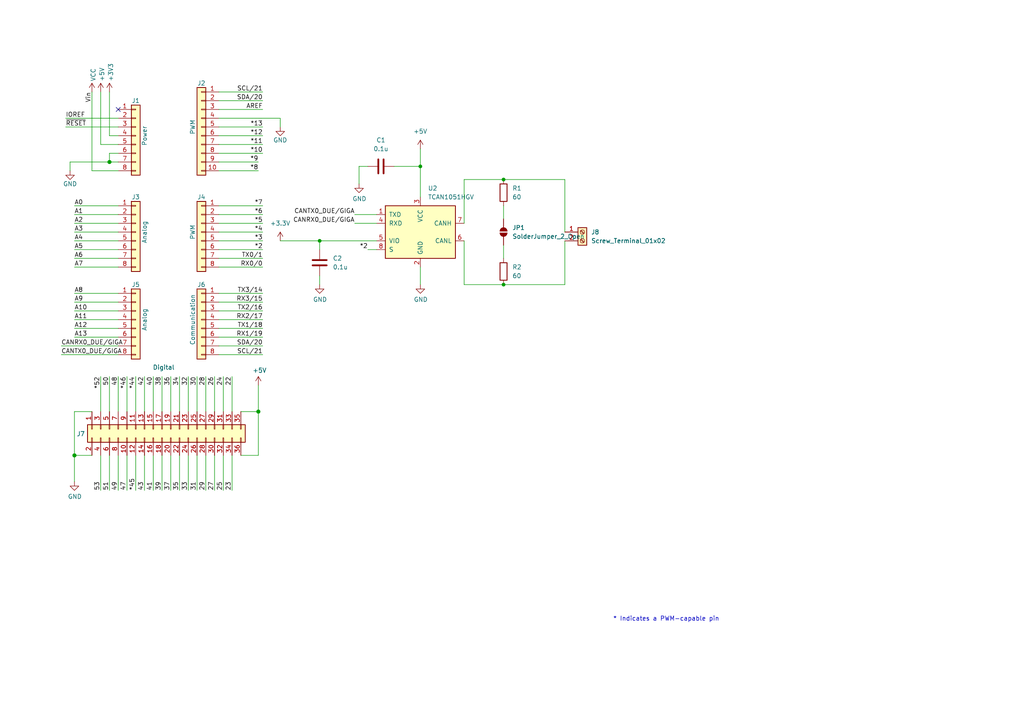
<source format=kicad_sch>
(kicad_sch (version 20231120) (generator "eeschema") (generator_version "8.0")
  (paper "A4")
  (title_block (date "mar. 31 mars 2015"))
  (lib_symbols
    (symbol "+5V_1" (power) (pin_numbers hide) (pin_names (offset 0) hide)
      (property "Value" "+5V" (at 0 3.556 0))
      (symbol "+5V_1_0_1"
        (polyline (pts (xy -0.762 1.27) (xy 0 2.54)))
        (polyline (pts (xy 0 0) (xy 0 2.54)))
        (polyline (pts (xy 0 2.54) (xy 0.762 1.27)))
      )
      (symbol "+5V_1_1_1"
        (pin power_in line (at 0 0 90) (length 0) (name "~") (number "1"))
      )
    )
    (symbol "CAN_Shield:TCAN1051HGV-Q1" (pin_names (offset 1.016))
      (property "Reference" "U2" (at 2.1941 12.7 0))
      (property "Value" "TCAN1051HGV" (at 2.1941 10.16 0))
      (symbol "TCAN1051HGV-Q1_0_1"
        (rectangle (start -10.16 7.62) (end 10.16 -7.62) (stroke (width 0.254)) (fill (type background)))
      )
      (symbol "TCAN1051HGV-Q1_1_1"
        (pin input line (at -12.7 5.08 0) (length 2.54) (name "TXD") (number "1"))
        (pin power_in line (at 0 -10.16 90) (length 2.54) (name "GND") (number "2"))
        (pin power_in line (at 0 10.16 270) (length 2.54) (name "VCC") (number "3"))
        (pin output line (at -12.7 2.54 0) (length 2.54) (name "RXD") (number "4"))
        (pin input line (at -12.7 -2.54 0) (length 2.54) (name "VIO") (number "5"))
        (pin bidirectional line (at 12.7 -2.54 180) (length 2.54) (name "CANL") (number "6"))
        (pin bidirectional line (at 12.7 2.54 180) (length 2.54) (name "CANH") (number "7"))
        (pin input line (at -12.7 -5.08 0) (length 2.54) (name "S") (number "8"))
      )
    )
    (symbol "Connector:Screw_Terminal_01x02" (pin_names (offset 1.016) hide)
      (property "Reference" "J" (at 0 2.54 0))
      (property "Value" "Screw_Terminal_01x02" (at 0 -5.08 0))
      (symbol "Screw_Terminal_01x02_1_1"
        (rectangle (start -1.27 1.27) (end 1.27 -3.81) (stroke (width 0.254)) (fill (type background)))
        (circle (center 0 -2.54) (radius 0.635) (stroke (width 0.1524)))
        (polyline (pts (xy -0.5334 -2.2098) (xy 0.3302 -3.048)) (stroke (width 0.1524)))
        (polyline (pts (xy -0.5334 0.3302) (xy 0.3302 -0.508)) (stroke (width 0.1524)))
        (polyline (pts (xy -0.3556 -2.032) (xy 0.508 -2.8702)) (stroke (width 0.1524)))
        (polyline (pts (xy -0.3556 0.508) (xy 0.508 -0.3302)) (stroke (width 0.1524)))
        (circle (center 0 0) (radius 0.635) (stroke (width 0.1524)))
        (pin passive line (at -5.08 0 0) (length 3.81) (name "Pin_1") (number "1"))
        (pin passive line (at -5.08 -2.54 0) (length 3.81) (name "Pin_2") (number "2"))
      )
    )
    (symbol "Connector_Generic:Conn_01x08" (pin_names (offset 1.016) hide)
      (property "Reference" "J" (at 0 10.16 0))
      (property "Value" "Conn_01x08" (at 0 -12.7 0))
      (symbol "Conn_01x08_1_1"
        (rectangle (start -1.27 -10.033) (end 0 -10.287) (stroke (width 0.1524)))
        (rectangle (start -1.27 -7.493) (end 0 -7.747) (stroke (width 0.1524)))
        (rectangle (start -1.27 -4.953) (end 0 -5.207) (stroke (width 0.1524)))
        (rectangle (start -1.27 -2.413) (end 0 -2.667) (stroke (width 0.1524)))
        (rectangle (start -1.27 0.127) (end 0 -0.127) (stroke (width 0.1524)))
        (rectangle (start -1.27 2.667) (end 0 2.413) (stroke (width 0.1524)))
        (rectangle (start -1.27 5.207) (end 0 4.953) (stroke (width 0.1524)))
        (rectangle (start -1.27 7.747) (end 0 7.493) (stroke (width 0.1524)))
        (rectangle (start -1.27 8.89) (end 1.27 -11.43) (stroke (width 0.254)) (fill (type background)))
        (pin passive line (at -5.08 7.62 0) (length 3.81) (name "Pin_1") (number "1"))
        (pin passive line (at -5.08 5.08 0) (length 3.81) (name "Pin_2") (number "2"))
        (pin passive line (at -5.08 2.54 0) (length 3.81) (name "Pin_3") (number "3"))
        (pin passive line (at -5.08 0 0) (length 3.81) (name "Pin_4") (number "4"))
        (pin passive line (at -5.08 -2.54 0) (length 3.81) (name "Pin_5") (number "5"))
        (pin passive line (at -5.08 -5.08 0) (length 3.81) (name "Pin_6") (number "6"))
        (pin passive line (at -5.08 -7.62 0) (length 3.81) (name "Pin_7") (number "7"))
        (pin passive line (at -5.08 -10.16 0) (length 3.81) (name "Pin_8") (number "8"))
      )
    )
    (symbol "Connector_Generic:Conn_01x10" (pin_names (offset 1.016) hide)
      (property "Reference" "J" (at 0 12.7 0))
      (property "Value" "Conn_01x10" (at 0 -15.24 0))
      (symbol "Conn_01x10_1_1"
        (rectangle (start -1.27 -12.573) (end 0 -12.827) (stroke (width 0.1524)))
        (rectangle (start -1.27 -10.033) (end 0 -10.287) (stroke (width 0.1524)))
        (rectangle (start -1.27 -7.493) (end 0 -7.747) (stroke (width 0.1524)))
        (rectangle (start -1.27 -4.953) (end 0 -5.207) (stroke (width 0.1524)))
        (rectangle (start -1.27 -2.413) (end 0 -2.667) (stroke (width 0.1524)))
        (rectangle (start -1.27 0.127) (end 0 -0.127) (stroke (width 0.1524)))
        (rectangle (start -1.27 2.667) (end 0 2.413) (stroke (width 0.1524)))
        (rectangle (start -1.27 5.207) (end 0 4.953) (stroke (width 0.1524)))
        (rectangle (start -1.27 7.747) (end 0 7.493) (stroke (width 0.1524)))
        (rectangle (start -1.27 10.287) (end 0 10.033) (stroke (width 0.1524)))
        (rectangle (start -1.27 11.43) (end 1.27 -13.97) (stroke (width 0.254)) (fill (type background)))
        (pin passive line (at -5.08 10.16 0) (length 3.81) (name "Pin_1") (number "1"))
        (pin passive line (at -5.08 -12.7 0) (length 3.81) (name "Pin_10") (number "10"))
        (pin passive line (at -5.08 7.62 0) (length 3.81) (name "Pin_2") (number "2"))
        (pin passive line (at -5.08 5.08 0) (length 3.81) (name "Pin_3") (number "3"))
        (pin passive line (at -5.08 2.54 0) (length 3.81) (name "Pin_4") (number "4"))
        (pin passive line (at -5.08 0 0) (length 3.81) (name "Pin_5") (number "5"))
        (pin passive line (at -5.08 -2.54 0) (length 3.81) (name "Pin_6") (number "6"))
        (pin passive line (at -5.08 -5.08 0) (length 3.81) (name "Pin_7") (number "7"))
        (pin passive line (at -5.08 -7.62 0) (length 3.81) (name "Pin_8") (number "8"))
        (pin passive line (at -5.08 -10.16 0) (length 3.81) (name "Pin_9") (number "9"))
      )
    )
    (symbol "Connector_Generic:Conn_02x18_Odd_Even" (pin_names (offset 1.016) hide)
      (property "Reference" "J" (at 1.27 22.86 0))
      (property "Value" "Conn_02x18_Odd_Even" (at 1.27 -25.4 0))
      (symbol "Conn_02x18_Odd_Even_1_1"
        (rectangle (start -1.27 -22.733) (end 0 -22.987) (stroke (width 0.1524)))
        (rectangle (start -1.27 -20.193) (end 0 -20.447) (stroke (width 0.1524)))
        (rectangle (start -1.27 -17.653) (end 0 -17.907) (stroke (width 0.1524)))
        (rectangle (start -1.27 -15.113) (end 0 -15.367) (stroke (width 0.1524)))
        (rectangle (start -1.27 -12.573) (end 0 -12.827) (stroke (width 0.1524)))
        (rectangle (start -1.27 -10.033) (end 0 -10.287) (stroke (width 0.1524)))
        (rectangle (start -1.27 -7.493) (end 0 -7.747) (stroke (width 0.1524)))
        (rectangle (start -1.27 -4.953) (end 0 -5.207) (stroke (width 0.1524)))
        (rectangle (start -1.27 -2.413) (end 0 -2.667) (stroke (width 0.1524)))
        (rectangle (start -1.27 0.127) (end 0 -0.127) (stroke (width 0.1524)))
        (rectangle (start -1.27 2.667) (end 0 2.413) (stroke (width 0.1524)))
        (rectangle (start -1.27 5.207) (end 0 4.953) (stroke (width 0.1524)))
        (rectangle (start -1.27 7.747) (end 0 7.493) (stroke (width 0.1524)))
        (rectangle (start -1.27 10.287) (end 0 10.033) (stroke (width 0.1524)))
        (rectangle (start -1.27 12.827) (end 0 12.573) (stroke (width 0.1524)))
        (rectangle (start -1.27 15.367) (end 0 15.113) (stroke (width 0.1524)))
        (rectangle (start -1.27 17.907) (end 0 17.653) (stroke (width 0.1524)))
        (rectangle (start -1.27 20.447) (end 0 20.193) (stroke (width 0.1524)))
        (rectangle (start -1.27 21.59) (end 3.81 -24.13) (stroke (width 0.254)) (fill (type background)))
        (rectangle (start 3.81 -22.733) (end 2.54 -22.987) (stroke (width 0.1524)))
        (rectangle (start 3.81 -20.193) (end 2.54 -20.447) (stroke (width 0.1524)))
        (rectangle (start 3.81 -17.653) (end 2.54 -17.907) (stroke (width 0.1524)))
        (rectangle (start 3.81 -15.113) (end 2.54 -15.367) (stroke (width 0.1524)))
        (rectangle (start 3.81 -12.573) (end 2.54 -12.827) (stroke (width 0.1524)))
        (rectangle (start 3.81 -10.033) (end 2.54 -10.287) (stroke (width 0.1524)))
        (rectangle (start 3.81 -7.493) (end 2.54 -7.747) (stroke (width 0.1524)))
        (rectangle (start 3.81 -4.953) (end 2.54 -5.207) (stroke (width 0.1524)))
        (rectangle (start 3.81 -2.413) (end 2.54 -2.667) (stroke (width 0.1524)))
        (rectangle (start 3.81 0.127) (end 2.54 -0.127) (stroke (width 0.1524)))
        (rectangle (start 3.81 2.667) (end 2.54 2.413) (stroke (width 0.1524)))
        (rectangle (start 3.81 5.207) (end 2.54 4.953) (stroke (width 0.1524)))
        (rectangle (start 3.81 7.747) (end 2.54 7.493) (stroke (width 0.1524)))
        (rectangle (start 3.81 10.287) (end 2.54 10.033) (stroke (width 0.1524)))
        (rectangle (start 3.81 12.827) (end 2.54 12.573) (stroke (width 0.1524)))
        (rectangle (start 3.81 15.367) (end 2.54 15.113) (stroke (width 0.1524)))
        (rectangle (start 3.81 17.907) (end 2.54 17.653) (stroke (width 0.1524)))
        (rectangle (start 3.81 20.447) (end 2.54 20.193) (stroke (width 0.1524)))
        (pin passive line (at -5.08 20.32 0) (length 3.81) (name "Pin_1") (number "1"))
        (pin passive line (at 7.62 10.16 180) (length 3.81) (name "Pin_10") (number "10"))
        (pin passive line (at -5.08 7.62 0) (length 3.81) (name "Pin_11") (number "11"))
        (pin passive line (at 7.62 7.62 180) (length 3.81) (name "Pin_12") (number "12"))
        (pin passive line (at -5.08 5.08 0) (length 3.81) (name "Pin_13") (number "13"))
        (pin passive line (at 7.62 5.08 180) (length 3.81) (name "Pin_14") (number "14"))
        (pin passive line (at -5.08 2.54 0) (length 3.81) (name "Pin_15") (number "15"))
        (pin passive line (at 7.62 2.54 180) (length 3.81) (name "Pin_16") (number "16"))
        (pin passive line (at -5.08 0 0) (length 3.81) (name "Pin_17") (number "17"))
        (pin passive line (at 7.62 0 180) (length 3.81) (name "Pin_18") (number "18"))
        (pin passive line (at -5.08 -2.54 0) (length 3.81) (name "Pin_19") (number "19"))
        (pin passive line (at 7.62 20.32 180) (length 3.81) (name "Pin_2") (number "2"))
        (pin passive line (at 7.62 -2.54 180) (length 3.81) (name "Pin_20") (number "20"))
        (pin passive line (at -5.08 -5.08 0) (length 3.81) (name "Pin_21") (number "21"))
        (pin passive line (at 7.62 -5.08 180) (length 3.81) (name "Pin_22") (number "22"))
        (pin passive line (at -5.08 -7.62 0) (length 3.81) (name "Pin_23") (number "23"))
        (pin passive line (at 7.62 -7.62 180) (length 3.81) (name "Pin_24") (number "24"))
        (pin passive line (at -5.08 -10.16 0) (length 3.81) (name "Pin_25") (number "25"))
        (pin passive line (at 7.62 -10.16 180) (length 3.81) (name "Pin_26") (number "26"))
        (pin passive line (at -5.08 -12.7 0) (length 3.81) (name "Pin_27") (number "27"))
        (pin passive line (at 7.62 -12.7 180) (length 3.81) (name "Pin_28") (number "28"))
        (pin passive line (at -5.08 -15.24 0) (length 3.81) (name "Pin_29") (number "29"))
        (pin passive line (at -5.08 17.78 0) (length 3.81) (name "Pin_3") (number "3"))
        (pin passive line (at 7.62 -15.24 180) (length 3.81) (name "Pin_30") (number "30"))
        (pin passive line (at -5.08 -17.78 0) (length 3.81) (name "Pin_31") (number "31"))
        (pin passive line (at 7.62 -17.78 180) (length 3.81) (name "Pin_32") (number "32"))
        (pin passive line (at -5.08 -20.32 0) (length 3.81) (name "Pin_33") (number "33"))
        (pin passive line (at 7.62 -20.32 180) (length 3.81) (name "Pin_34") (number "34"))
        (pin passive line (at -5.08 -22.86 0) (length 3.81) (name "Pin_35") (number "35"))
        (pin passive line (at 7.62 -22.86 180) (length 3.81) (name "Pin_36") (number "36"))
        (pin passive line (at 7.62 17.78 180) (length 3.81) (name "Pin_4") (number "4"))
        (pin passive line (at -5.08 15.24 0) (length 3.81) (name "Pin_5") (number "5"))
        (pin passive line (at 7.62 15.24 180) (length 3.81) (name "Pin_6") (number "6"))
        (pin passive line (at -5.08 12.7 0) (length 3.81) (name "Pin_7") (number "7"))
        (pin passive line (at 7.62 12.7 180) (length 3.81) (name "Pin_8") (number "8"))
        (pin passive line (at -5.08 10.16 0) (length 3.81) (name "Pin_9") (number "9"))
      )
    )
    (symbol "Device:C" (pin_numbers hide) (pin_names (offset 0.254))
      (property "Reference" "C" (at 0.635 2.54 0))
      (property "Value" "C" (at 0.635 -2.54 0))
      (symbol "C_0_1"
        (polyline (pts (xy -2.032 -0.762) (xy 2.032 -0.762)) (stroke (width 0.508)))
        (polyline (pts (xy -2.032 0.762) (xy 2.032 0.762)) (stroke (width 0.508)))
      )
      (symbol "C_1_1"
        (pin passive line (at 0 3.81 270) (length 2.794) (name "~") (number "1"))
        (pin passive line (at 0 -3.81 90) (length 2.794) (name "~") (number "2"))
      )
    )
    (symbol "Device:R" (pin_numbers hide) (pin_names (offset 0))
      (property "Reference" "R" (at 2.032 0 90))
      (property "Value" "R" (at 0 0 90))
      (symbol "R_0_1"
        (rectangle (start -1.016 -2.54) (end 1.016 2.54) (stroke (width 0.254)))
      )
      (symbol "R_1_1"
        (pin passive line (at 0 3.81 270) (length 1.27) (name "~") (number "1"))
        (pin passive line (at 0 -3.81 90) (length 1.27) (name "~") (number "2"))
      )
    )
    (symbol "Jumper:SolderJumper_2_Open" (pin_numbers hide) (pin_names (offset 0) hide) (exclude_from_sim yes) (in_bom no)
      (property "Reference" "JP" (at 0 2.032 0))
      (property "Value" "SolderJumper_2_Open" (at 0 -2.54 0))
      (symbol "SolderJumper_2_Open_0_1"
        (arc (start -0.254 1.016) (mid -1.2656 0) (end -0.254 -1.016))
        (arc (start -0.254 1.016) (mid -1.2656 0) (end -0.254 -1.016) (fill (type outline)))
        (polyline (pts (xy -0.254 1.016) (xy -0.254 -1.016)))
        (polyline (pts (xy 0.254 1.016) (xy 0.254 -1.016)))
        (arc (start 0.254 -1.016) (mid 1.2656 0) (end 0.254 1.016))
        (arc (start 0.254 -1.016) (mid 1.2656 0) (end 0.254 1.016) (fill (type outline)))
      )
      (symbol "SolderJumper_2_Open_1_1"
        (pin passive line (at -3.81 0 0) (length 2.54) (name "A") (number "1"))
        (pin passive line (at 3.81 0 180) (length 2.54) (name "B") (number "2"))
      )
    )
    (symbol "power:+3.3V" (power) (pin_numbers hide) (pin_names (offset 0) hide)
      (property "Value" "+3.3V" (at 0 3.556 0))
      (symbol "+3.3V_0_1"
        (polyline (pts (xy -0.762 1.27) (xy 0 2.54)))
        (polyline (pts (xy 0 0) (xy 0 2.54)))
        (polyline (pts (xy 0 2.54) (xy 0.762 1.27)))
      )
      (symbol "+3.3V_1_1"
        (pin power_in line (at 0 0 90) (length 0) (name "~") (number "1"))
      )
    )
    (symbol "power:+3V3" (power) (pin_names (offset 0))
      (property "Value" "+3V3" (at 0 3.556 0))
      (symbol "+3V3_0_1"
        (polyline (pts (xy -0.762 1.27) (xy 0 2.54)))
        (polyline (pts (xy 0 0) (xy 0 2.54)))
        (polyline (pts (xy 0 2.54) (xy 0.762 1.27)))
      )
      (symbol "+3V3_1_1"
        (pin power_in line (at 0 0 90) (length 0) hide (name "+3V3") (number "1"))
      )
    )
    (symbol "power:+5V" (power) (pin_names (offset 0))
      (property "Value" "+5V" (at 0 3.556 0))
      (symbol "+5V_0_1"
        (polyline (pts (xy -0.762 1.27) (xy 0 2.54)))
        (polyline (pts (xy 0 0) (xy 0 2.54)))
        (polyline (pts (xy 0 2.54) (xy 0.762 1.27)))
      )
      (symbol "+5V_1_1"
        (pin power_in line (at 0 0 90) (length 0) hide (name "+5V") (number "1"))
      )
    )
    (symbol "power:GND" (power) (pin_names (offset 0))
      (property "Value" "GND" (at 0 -3.81 0))
      (symbol "GND_0_1"
        (polyline (pts (xy 0 0) (xy 0 -1.27) (xy 1.27 -1.27) (xy 0 -2.54) (xy -1.27 -1.27) (xy 0 -1.27)))
      )
      (symbol "GND_1_1"
        (pin power_in line (at 0 0 270) (length 0) hide (name "GND") (number "1"))
      )
    )
    (symbol "power:VCC" (power) (pin_names (offset 0))
      (property "Value" "VCC" (at 0 3.81 0))
      (symbol "VCC_0_1"
        (polyline (pts (xy -0.762 1.27) (xy 0 2.54)))
        (polyline (pts (xy 0 0) (xy 0 2.54)))
        (polyline (pts (xy 0 2.54) (xy 0.762 1.27)))
      )
      (symbol "VCC_1_1"
        (pin power_in line (at 0 0 90) (length 0) hide (name "VCC") (number "1"))
      )
    )
  )
  (junction (at 21.59 132.08) (diameter 1.016))
  (junction (at 146.05 82.55))
  (junction (at 146.05 52.07))
  (junction (at 31.75 46.99) (diameter 1.016))
  (junction (at 121.92 48.26))
  (junction (at 92.71 69.85))
  (junction (at 74.93 119.38) (diameter 1.016))
  (no_connect (at 34.29 31.75))
  (wire (pts (xy 92.71 69.85) (xy 109.22 69.85)))
  (wire (pts (xy 63.5 77.47) (xy 76.2 77.47)))
  (wire (pts (xy 21.59 77.47) (xy 34.29 77.47)))
  (wire (pts (xy 63.5 44.45) (xy 76.2 44.45)))
  (wire (pts (xy 63.5 41.91) (xy 76.2 41.91)))
  (wire (pts (xy 44.45 109.22) (xy 44.45 119.38)))
  (wire (pts (xy 63.5 26.67) (xy 76.2 26.67)))
  (wire (pts (xy 46.99 109.22) (xy 46.99 119.38)))
  (wire (pts (xy 146.05 71.12) (xy 146.05 74.93)))
  (wire (pts (xy 74.93 119.38) (xy 74.93 132.08)))
  (wire (pts (xy 26.67 119.38) (xy 21.59 119.38)))
  (wire (pts (xy 121.92 48.26) (xy 114.3 48.26)))
  (wire (pts (xy 63.5 90.17) (xy 76.2 90.17)))
  (wire (pts (xy 31.75 44.45) (xy 31.75 46.99)))
  (wire (pts (xy 121.92 57.15) (xy 121.92 48.26)))
  (wire (pts (xy 49.53 132.08) (xy 49.53 142.24)))
  (wire (pts (xy 21.59 72.39) (xy 34.29 72.39)))
  (wire (pts (xy 54.61 109.22) (xy 54.61 119.38)))
  (wire (pts (xy 31.75 109.22) (xy 31.75 119.38)))
  (wire (pts (xy 67.31 109.22) (xy 67.31 119.38)))
  (wire (pts (xy 146.05 59.69) (xy 146.05 63.5)))
  (wire (pts (xy 20.32 46.99) (xy 20.32 49.53)))
  (wire (pts (xy 92.71 80.01) (xy 92.71 82.55)))
  (wire (pts (xy 62.23 132.08) (xy 62.23 142.24)))
  (wire (pts (xy 31.75 39.37) (xy 34.29 39.37)))
  (wire (pts (xy 41.91 109.22) (xy 41.91 119.38)))
  (wire (pts (xy 106.68 48.26) (xy 104.14 48.26)))
  (wire (pts (xy 102.87 64.77) (xy 109.22 64.77)))
  (wire (pts (xy 29.21 41.91) (xy 34.29 41.91)))
  (wire (pts (xy 52.07 132.08) (xy 52.07 142.24)))
  (wire (pts (xy 29.21 26.67) (xy 29.21 41.91)))
  (wire (pts (xy 17.78 102.87) (xy 34.29 102.87)))
  (wire (pts (xy 36.83 132.08) (xy 36.83 142.24)))
  (wire (pts (xy 59.69 132.08) (xy 59.69 142.24)))
  (wire (pts (xy 63.5 36.83) (xy 76.2 36.83)))
  (wire (pts (xy 31.75 26.67) (xy 31.75 39.37)))
  (wire (pts (xy 63.5 59.69) (xy 76.2 59.69)))
  (wire (pts (xy 134.62 69.85) (xy 134.62 82.55)))
  (wire (pts (xy 34.29 59.69) (xy 21.59 59.69)))
  (wire (pts (xy 81.28 69.85) (xy 92.71 69.85)))
  (wire (pts (xy 63.5 39.37) (xy 76.2 39.37)))
  (wire (pts (xy 34.29 100.33) (xy 17.78 100.33)))
  (wire (pts (xy 63.5 62.23) (xy 76.2 62.23)))
  (wire (pts (xy 134.62 82.55) (xy 146.05 82.55)))
  (wire (pts (xy 92.71 69.85) (xy 92.71 72.39)))
  (wire (pts (xy 63.5 97.79) (xy 76.2 97.79)))
  (wire (pts (xy 121.92 43.18) (xy 121.92 48.26)))
  (wire (pts (xy 52.07 109.22) (xy 52.07 119.38)))
  (wire (pts (xy 21.59 119.38) (xy 21.59 132.08)))
  (wire (pts (xy 36.83 109.22) (xy 36.83 119.38)))
  (wire (pts (xy 26.67 132.08) (xy 21.59 132.08)))
  (wire (pts (xy 59.69 109.22) (xy 59.69 119.38)))
  (wire (pts (xy 57.15 109.22) (xy 57.15 119.38)))
  (wire (pts (xy 39.37 132.08) (xy 39.37 142.24)))
  (wire (pts (xy 57.15 132.08) (xy 57.15 142.24)))
  (wire (pts (xy 34.29 132.08) (xy 34.29 142.24)))
  (wire (pts (xy 64.77 109.22) (xy 64.77 119.38)))
  (wire (pts (xy 134.62 64.77) (xy 134.62 52.07)))
  (wire (pts (xy 63.5 67.31) (xy 76.2 67.31)))
  (wire (pts (xy 44.45 132.08) (xy 44.45 142.24)))
  (wire (pts (xy 39.37 109.22) (xy 39.37 119.38)))
  (wire (pts (xy 19.05 34.29) (xy 34.29 34.29)))
  (wire (pts (xy 102.87 62.23) (xy 109.22 62.23)))
  (wire (pts (xy 63.5 87.63) (xy 76.2 87.63)))
  (wire (pts (xy 74.93 111.76) (xy 74.93 119.38)))
  (wire (pts (xy 81.28 34.29) (xy 81.28 36.83)))
  (wire (pts (xy 63.5 49.53) (xy 74.93 49.53)))
  (wire (pts (xy 63.5 102.87) (xy 76.2 102.87)))
  (wire (pts (xy 163.83 52.07) (xy 163.83 67.31)))
  (wire (pts (xy 63.5 31.75) (xy 76.2 31.75)))
  (wire (pts (xy 69.85 119.38) (xy 74.93 119.38)))
  (wire (pts (xy 63.5 95.25) (xy 76.2 95.25)))
  (wire (pts (xy 21.59 92.71) (xy 34.29 92.71)))
  (wire (pts (xy 20.32 46.99) (xy 31.75 46.99)))
  (wire (pts (xy 63.5 46.99) (xy 74.93 46.99)))
  (wire (pts (xy 34.29 64.77) (xy 21.59 64.77)))
  (wire (pts (xy 19.05 36.83) (xy 34.29 36.83)))
  (wire (pts (xy 63.5 85.09) (xy 76.2 85.09)))
  (wire (pts (xy 34.29 46.99) (xy 31.75 46.99)))
  (wire (pts (xy 146.05 82.55) (xy 163.83 82.55)))
  (wire (pts (xy 34.29 49.53) (xy 26.67 49.53)))
  (wire (pts (xy 29.21 109.22) (xy 29.21 119.38)))
  (wire (pts (xy 21.59 62.23) (xy 34.29 62.23)))
  (wire (pts (xy 106.68 72.39) (xy 109.22 72.39)))
  (wire (pts (xy 31.75 132.08) (xy 31.75 142.24)))
  (wire (pts (xy 54.61 132.08) (xy 54.61 142.24)))
  (wire (pts (xy 34.29 90.17) (xy 21.59 90.17)))
  (wire (pts (xy 29.21 132.08) (xy 29.21 142.24)))
  (wire (pts (xy 163.83 82.55) (xy 163.83 69.85)))
  (wire (pts (xy 63.5 92.71) (xy 76.2 92.71)))
  (wire (pts (xy 104.14 48.26) (xy 104.14 53.34)))
  (wire (pts (xy 63.5 34.29) (xy 81.28 34.29)))
  (wire (pts (xy 46.99 132.08) (xy 46.99 142.24)))
  (wire (pts (xy 34.29 44.45) (xy 31.75 44.45)))
  (wire (pts (xy 21.59 97.79) (xy 34.29 97.79)))
  (wire (pts (xy 62.23 109.22) (xy 62.23 119.38)))
  (wire (pts (xy 49.53 109.22) (xy 49.53 119.38)))
  (wire (pts (xy 21.59 87.63) (xy 34.29 87.63)))
  (wire (pts (xy 63.5 64.77) (xy 76.2 64.77)))
  (wire (pts (xy 21.59 67.31) (xy 34.29 67.31)))
  (wire (pts (xy 34.29 109.22) (xy 34.29 119.38)))
  (wire (pts (xy 63.5 100.33) (xy 76.2 100.33)))
  (wire (pts (xy 74.93 132.08) (xy 69.85 132.08)))
  (wire (pts (xy 34.29 85.09) (xy 21.59 85.09)))
  (wire (pts (xy 146.05 52.07) (xy 163.83 52.07)))
  (wire (pts (xy 67.31 132.08) (xy 67.31 142.24)))
  (wire (pts (xy 63.5 29.21) (xy 76.2 29.21)))
  (wire (pts (xy 64.77 132.08) (xy 64.77 142.24)))
  (wire (pts (xy 63.5 72.39) (xy 76.2 72.39)))
  (wire (pts (xy 63.5 69.85) (xy 76.2 69.85)))
  (wire (pts (xy 134.62 52.07) (xy 146.05 52.07)))
  (wire (pts (xy 41.91 132.08) (xy 41.91 142.24)))
  (wire (pts (xy 63.5 74.93) (xy 76.2 74.93)))
  (wire (pts (xy 34.29 95.25) (xy 21.59 95.25)))
  (wire (pts (xy 26.67 49.53) (xy 26.67 26.67)))
  (wire (pts (xy 21.59 132.08) (xy 21.59 139.7)))
  (wire (pts (xy 34.29 74.93) (xy 21.59 74.93)))
  (wire (pts (xy 34.29 69.85) (xy 21.59 69.85)))
  (wire (pts (xy 121.92 77.47) (xy 121.92 82.55)))
  (text "* Indicates a PWM-capable pin" (at 177.8 180.34 0) (effects (font (size 1.27 1.27)) (justify left bottom)))
  (label "A10" (at 21.59 90.17 0))
  (label "RX0{slash}0" (at 76.2 77.47 180))
  (label "CANTX0_DUE{slash}GIGA" (at 17.78 102.87 0))
  (label "A2" (at 21.59 64.77 0))
  (label "RX2{slash}17" (at 76.2 92.71 180))
  (label "*4" (at 76.2 67.31 180))
  (label "SDA{slash}20" (at 76.2 100.33 180))
  (label "26" (at 62.23 109.22 270))
  (label "31" (at 57.15 142.24 90))
  (label "22" (at 67.31 109.22 270))
  (label "33" (at 54.61 142.24 90))
  (label "36" (at 49.53 109.22 270))
  (label "*2" (at 76.2 72.39 180))
  (label "TX1{slash}18" (at 76.2 95.25 180))
  (label "*44" (at 39.37 109.22 270))
  (label "A3" (at 21.59 67.31 0))
  (label "*13" (at 76.2 36.83 180))
  (label "*52" (at 29.21 109.22 270))
  (label "*12" (at 76.2 39.37 180))
  (label "40" (at 44.45 109.22 270))
  (label "~{RESET}" (at 19.05 36.83 0))
  (label "35" (at 52.07 142.24 90))
  (label "*10" (at 76.2 44.45 180))
  (label "28" (at 59.69 109.22 270))
  (label "23" (at 67.31 142.24 90))
  (label "CANRX0_DUE{slash}GIGA" (at 102.87 64.77 180))
  (label "29" (at 59.69 142.24 90))
  (label "A13" (at 21.59 97.79 0))
  (label "41" (at 44.45 142.24 90))
  (label "30" (at 57.15 109.22 270))
  (label "47" (at 36.83 142.24 90))
  (label "34" (at 52.07 109.22 270))
  (label "*2" (at 106.68 72.39 180))
  (label "*45" (at 39.37 142.24 90))
  (label "38" (at 46.99 109.22 270))
  (label "51" (at 31.75 142.24 90))
  (label "*7" (at 76.2 59.69 180))
  (label "SDA{slash}20" (at 76.2 29.21 180))
  (label "*8" (at 74.93 49.53 180))
  (label "A9" (at 21.59 87.63 0))
  (label "*11" (at 76.2 41.91 180))
  (label "*3" (at 76.2 69.85 180))
  (label "A6" (at 21.59 74.93 0))
  (label "CANTX0_DUE{slash}GIGA" (at 102.87 62.23 180))
  (label "42" (at 41.91 109.22 270))
  (label "A1" (at 21.59 62.23 0))
  (label "53" (at 29.21 142.24 90))
  (label "TX0{slash}1" (at 76.2 74.93 180))
  (label "24" (at 64.77 109.22 270))
  (label "*9" (at 74.93 46.99 180))
  (label "RX1{slash}19" (at 76.2 97.79 180))
  (label "A0" (at 21.59 59.69 0))
  (label "AREF" (at 76.2 31.75 180))
  (label "CANRX0_DUE{slash}GIGA" (at 17.78 100.33 0))
  (label "39" (at 46.99 142.24 90))
  (label "A8" (at 21.59 85.09 0))
  (label "Vin" (at 26.67 26.67 270))
  (label "27" (at 62.23 142.24 90))
  (label "37" (at 49.53 142.24 90))
  (label "25" (at 64.77 142.24 90))
  (label "*6" (at 76.2 62.23 180))
  (label "*46" (at 36.83 109.22 270))
  (label "SCL{slash}21" (at 76.2 26.67 180))
  (label "50" (at 31.75 109.22 270))
  (label "TX2{slash}16" (at 76.2 90.17 180))
  (label "*5" (at 76.2 64.77 180))
  (label "IOREF" (at 19.05 34.29 0))
  (label "A7" (at 21.59 77.47 0))
  (label "A11" (at 21.59 92.71 0))
  (label "A4" (at 21.59 69.85 0))
  (label "49" (at 34.29 142.24 90))
  (label "A5" (at 21.59 72.39 0))
  (label "RX3{slash}15" (at 76.2 87.63 180))
  (label "TX3{slash}14" (at 76.2 85.09 180))
  (label "32" (at 54.61 109.22 270))
  (label "43" (at 41.91 142.24 90))
  (label "A12" (at 21.59 95.25 0))
  (label "SCL{slash}21" (at 76.2 102.87 180))
  (label "48" (at 34.29 109.22 270))
  (symbol (lib_id "Connector_Generic:Conn_01x08") (at 39.37 39.37 0) (unit 1)
    (property "Reference" "J1" (at 39.37 29.21 0))
    (property "Value" "Power" (at 41.91 39.37 90))
    (property "Footprint" "Connector_PinSocket_2.54mm:PinSocket_1x08_P2.54mm_Vertical" (effects (hide yes)))
  )
  (symbol (lib_id "power:+3V3") (at 31.75 26.67 0) (unit 1)
    (property "Reference" "#PWR03" (effects (hide yes)))
    (property "Value" "+3V3" (at 32.131 23.622 90) (effects (justify left)))
  )
  (symbol (lib_id "power:+5V") (at 29.21 26.67 0) (unit 1)
    (property "Reference" "#PWR02" (effects (hide yes)))
    (property "Value" "+5V" (at 29.5656 23.622 90) (effects (justify left)))
  )
  (symbol (lib_id "power:GND") (at 20.32 49.53 0) (unit 1)
    (property "Reference" "#PWR04" (effects (hide yes)))
    (property "Value" "GND" (at 20.32 53.34 0))
  )
  (symbol (lib_id "Connector_Generic:Conn_01x10") (at 58.42 36.83 0) (mirror y) (unit 1)
    (property "Reference" "J2" (at 58.42 24.13 0))
    (property "Value" "PWM" (at 55.88 36.83 90))
    (property "Footprint" "Connector_PinSocket_2.54mm:PinSocket_1x10_P2.54mm_Vertical" (effects (hide yes)))
  )
  (symbol (lib_id "power:GND") (at 81.28 36.83 0) (unit 1)
    (property "Reference" "#PWR05" (effects (hide yes)))
    (property "Value" "GND" (at 81.28 40.64 0))
  )
  (symbol (lib_id "Connector_Generic:Conn_01x08") (at 39.37 67.31 0) (unit 1)
    (property "Reference" "J3" (at 39.37 57.15 0))
    (property "Value" "Analog" (at 41.91 67.31 90))
    (property "Footprint" "Connector_PinSocket_2.54mm:PinSocket_1x08_P2.54mm_Vertical" (effects (hide yes)))
  )
  (symbol (lib_id "Connector_Generic:Conn_01x08") (at 58.42 67.31 0) (mirror y) (unit 1)
    (property "Reference" "J4" (at 58.42 57.15 0))
    (property "Value" "PWM" (at 55.88 67.31 90))
    (property "Footprint" "Connector_PinSocket_2.54mm:PinSocket_1x08_P2.54mm_Vertical" (effects (hide yes)))
  )
  (symbol (lib_id "Connector_Generic:Conn_01x08") (at 39.37 92.71 0) (unit 1)
    (property "Reference" "J5" (at 39.37 82.55 0))
    (property "Value" "Analog" (at 41.91 92.71 90))
    (property "Footprint" "Connector_PinSocket_2.54mm:PinSocket_1x08_P2.54mm_Vertical" (effects (hide yes)))
  )
  (symbol (lib_id "Connector_Generic:Conn_01x08") (at 58.42 92.71 0) (mirror y) (unit 1)
    (property "Reference" "J6" (at 58.42 82.55 0))
    (property "Value" "Communication" (at 55.88 92.71 90))
    (property "Footprint" "Connector_PinSocket_2.54mm:PinSocket_1x08_P2.54mm_Vertical" (effects (hide yes)))
  )
  (symbol (lib_id "Connector_Generic:Conn_02x18_Odd_Even") (at 46.99 124.46 90) (mirror x) (unit 1)
    (property "Reference" "J7" (at 24.6379 125.8506 90) (effects (justify left)))
    (property "Value" "Digital" (at 47.498 106.553 90))
    (property "Footprint" "Connector_PinSocket_2.54mm:PinSocket_2x18_P2.54mm_Vertical" (effects (hide yes)))
  )
  (symbol (lib_id "power:GND") (at 21.59 139.7 0) (unit 1)
    (property "Reference" "#PWR07" (effects (hide yes)))
    (property "Value" "GND" (at 21.7043 144.0244 0))
  )
  (symbol (lib_id "power:+5V") (at 74.93 111.76 0) (unit 1)
    (property "Reference" "#PWR06" (effects (hide yes)))
    (property "Value" "+5V" (at 75.2983 107.4356 0))
  )
  (symbol (lib_id "Device:C") (at 92.71 76.2 0) (unit 1)
    (property "Reference" "C2" (at 96.52 74.9299 0) (effects (justify left)))
    (property "Value" "0.1u" (at 96.52 77.4699 0) (effects (justify left)))
    (property "Description" "Unpolarized capacitor" (effects (hide yes)))
  )
  (symbol (lib_id "Device:C") (at 110.49 48.26 90) (unit 1)
    (property "Reference" "C1" (at 110.49 40.64 90))
    (property "Value" "0.1u" (at 110.49 43.18 90))
    (property "Description" "Unpolarized capacitor" (effects (hide yes)))
  )
  (symbol (lib_id "power:GND") (at 104.14 53.34 0) (unit 1)
    (property "Reference" "#PWR013" (effects (hide yes)))
    (property "Value" "GND" (at 104.2543 57.6644 0))
  )
  (symbol (lib_name "+5V_1") (lib_id "power:+5V") (at 121.92 43.18 0) (unit 1)
    (property "Reference" "#PWR09" (effects (hide yes)))
    (property "Value" "+5V" (at 121.92 38.1 0))
    (property "Description" "Power symbol creates a global label with name \"+5V\"" (effects (hide yes)))
  )
  (symbol (lib_id "Device:R") (at 146.05 78.74 0) (unit 1)
    (property "Reference" "R2" (at 148.59 77.4699 0) (effects (justify left)))
    (property "Value" "60" (at 148.59 80.0099 0) (effects (justify left)))
    (property "Description" "Resistor" (effects (hide yes)))
  )
  (symbol (lib_id "Jumper:SolderJumper_2_Open") (at 146.05 67.31 90) (unit 1) (exclude_from_sim yes) (in_bom no)
    (property "Reference" "JP1" (at 148.59 66.0399 90) (effects (justify right)))
    (property "Value" "SolderJumper_2_Open" (at 148.59 68.5799 90) (effects (justify right)))
    (property "Description" "Solder Jumper, 2-pole, open" (effects (hide yes)))
  )
  (symbol (lib_id "power:VCC") (at 26.67 26.67 0) (unit 1)
    (property "Reference" "#PWR01" (effects (hide yes)))
    (property "Value" "VCC" (at 27.051 23.622 90) (effects (justify left)))
  )
  (symbol (lib_id "Connector:Screw_Terminal_01x02") (at 168.91 67.31 0) (unit 1)
    (property "Reference" "J8" (at 171.45 67.3099 0) (effects (justify left)))
    (property "Value" "Screw_Terminal_01x02" (at 171.45 69.8499 0) (effects (justify left)))
    (property "Description" "Generic screw terminal, single row, 01x02, script generated (kicad-library-utils/schlib/autogen/connector/)" (effects (hide yes)))
  )
  (symbol (lib_id "Device:R") (at 146.05 55.88 0) (unit 1)
    (property "Reference" "R1" (at 148.59 54.6099 0) (effects (justify left)))
    (property "Value" "60" (at 148.59 57.1499 0) (effects (justify left)))
    (property "Description" "Resistor" (effects (hide yes)))
  )
  (symbol (lib_id "power:+3.3V") (at 81.28 69.85 0) (unit 1)
    (property "Reference" "#PWR08" (effects (hide yes)))
    (property "Value" "+3.3V" (at 81.28 64.77 0))
    (property "Description" "Power symbol creates a global label with name \"+3.3V\"" (effects (hide yes)))
  )
  (symbol (lib_id "power:GND") (at 92.71 82.55 0) (unit 1)
    (property "Reference" "#PWR010" (effects (hide yes)))
    (property "Value" "GND" (at 92.8243 86.8744 0))
  )
  (symbol (lib_id "CAN_Shield:TCAN1051HGV-Q1") (at 121.92 67.31 0) (unit 1)
    (property "Reference" "U2" (at 124.1141 54.61 0) (effects (justify left)))
    (property "Value" "TCAN1051HGV" (at 124.1141 57.15 0) (effects (justify left)))
    (property "Datasheet" "https://www.ti.com/lit/ds/symlink/tcan1051h.pdf?ts=1712173786258&ref_url=https%253A%252F%252Fwww.ti.com%252Fsitesearch%252Fen-us%252Fdocs%252Funiversalsearch.tsp%253FlangPref%253Den-US" (effects (hide yes)))
    (property "Description" "High-Speed CAN Transceiver, 3.3V supply" (effects (hide yes)))
  )
  (symbol (lib_id "power:GND") (at 121.92 82.55 0) (unit 1)
    (property "Reference" "#PWR011" (effects (hide yes)))
    (property "Value" "GND" (at 122.0343 86.8744 0))
  )
)
</source>
